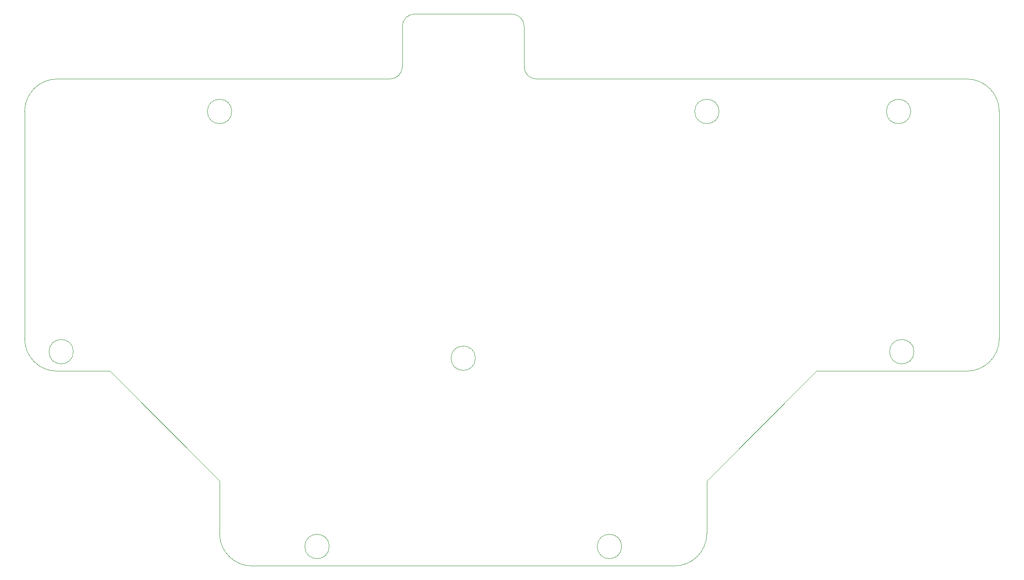
<source format=gm1>
%TF.GenerationSoftware,KiCad,Pcbnew,(6.0.9)*%
%TF.CreationDate,2023-02-21T23:40:31+05:30*%
%TF.ProjectId,Peridot Steno,50657269-646f-4742-9053-74656e6f2e6b,rev?*%
%TF.SameCoordinates,Original*%
%TF.FileFunction,Profile,NP*%
%FSLAX46Y46*%
G04 Gerber Fmt 4.6, Leading zero omitted, Abs format (unit mm)*
G04 Created by KiCad (PCBNEW (6.0.9)) date 2023-02-21 23:40:31*
%MOMM*%
%LPD*%
G01*
G04 APERTURE LIST*
%TA.AperFunction,Profile*%
%ADD10C,0.100000*%
%TD*%
G04 APERTURE END LIST*
D10*
X73818750Y-95250000D02*
X63500000Y-95250000D01*
X95250000Y-127000000D02*
G75*
G03*
X101600000Y-133350000I6350000J0D01*
G01*
X241300000Y-95250000D02*
X211931250Y-95250000D01*
X241300000Y-95250000D02*
G75*
G03*
X247650000Y-88900000I0J6350000D01*
G01*
X230981250Y-91440000D02*
G75*
G03*
X230981250Y-91440000I-2381250J0D01*
G01*
X130968750Y-27781250D02*
X130968750Y-35718750D01*
X128587500Y-38099950D02*
G75*
G03*
X130968750Y-35718750I0J2381250D01*
G01*
X192881250Y-44450000D02*
G75*
G03*
X192881250Y-44450000I-2381250J0D01*
G01*
X95250000Y-116681250D02*
X73818750Y-95250000D01*
X66675000Y-91440000D02*
G75*
G03*
X66675000Y-91440000I-2381250J0D01*
G01*
X211931250Y-95250000D02*
X190500000Y-116681250D01*
X154781250Y-27781250D02*
X154781250Y-35718750D01*
X128587500Y-38100000D02*
X63500000Y-38100000D01*
X154781200Y-35718750D02*
G75*
G03*
X157162500Y-38100000I2381300J50D01*
G01*
X116681250Y-129540000D02*
G75*
G03*
X116681250Y-129540000I-2381250J0D01*
G01*
X97631250Y-44450000D02*
G75*
G03*
X97631250Y-44450000I-2381250J0D01*
G01*
X133350000Y-25400000D02*
X152400000Y-25400000D01*
X57150000Y-88900000D02*
G75*
G03*
X63500000Y-95250000I6350000J0D01*
G01*
X247650000Y-44450000D02*
X247650000Y-88900000D01*
X133350000Y-25399950D02*
G75*
G03*
X130968750Y-27781250I100J-2381350D01*
G01*
X57150000Y-88900000D02*
X57150000Y-44450000D01*
X173831250Y-129540000D02*
G75*
G03*
X173831250Y-129540000I-2381250J0D01*
G01*
X247650000Y-44450000D02*
G75*
G03*
X241300000Y-38100000I-6350000J0D01*
G01*
X157162500Y-38100000D02*
X241300000Y-38100000D01*
X230346250Y-44450000D02*
G75*
G03*
X230346250Y-44450000I-2381250J0D01*
G01*
X95250000Y-116681250D02*
X95250000Y-127000000D01*
X154781200Y-27781250D02*
G75*
G03*
X152400000Y-25400000I-2381200J50D01*
G01*
X145256250Y-92710000D02*
G75*
G03*
X145256250Y-92710000I-2381250J0D01*
G01*
X190500000Y-127000000D02*
X190500000Y-116681250D01*
X184150000Y-133350000D02*
G75*
G03*
X190500000Y-127000000I0J6350000D01*
G01*
X101600000Y-133350000D02*
X184150000Y-133350000D01*
X63500000Y-38100000D02*
G75*
G03*
X57150000Y-44450000I0J-6350000D01*
G01*
M02*

</source>
